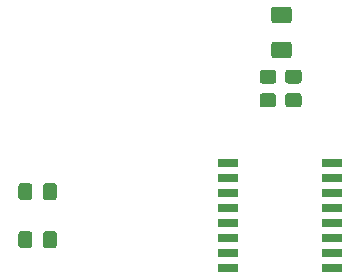
<source format=gtp>
G04 #@! TF.GenerationSoftware,KiCad,Pcbnew,(5.1.12)-1*
G04 #@! TF.CreationDate,2021-12-16T18:12:02+01:00*
G04 #@! TF.ProjectId,eth_mezz_mag_sma,6574685f-6d65-47a7-9a5f-6d61675f736d,rev?*
G04 #@! TF.SameCoordinates,Original*
G04 #@! TF.FileFunction,Paste,Top*
G04 #@! TF.FilePolarity,Positive*
%FSLAX46Y46*%
G04 Gerber Fmt 4.6, Leading zero omitted, Abs format (unit mm)*
G04 Created by KiCad (PCBNEW (5.1.12)-1) date 2021-12-16 18:12:02*
%MOMM*%
%LPD*%
G01*
G04 APERTURE LIST*
%ADD10R,1.700000X0.760000*%
G04 APERTURE END LIST*
G36*
G01*
X123837800Y-60091900D02*
X122587800Y-60091900D01*
G75*
G02*
X122337800Y-59841900I0J250000D01*
G01*
X122337800Y-58916900D01*
G75*
G02*
X122587800Y-58666900I250000J0D01*
G01*
X123837800Y-58666900D01*
G75*
G02*
X124087800Y-58916900I0J-250000D01*
G01*
X124087800Y-59841900D01*
G75*
G02*
X123837800Y-60091900I-250000J0D01*
G01*
G37*
G36*
G01*
X123837800Y-63066900D02*
X122587800Y-63066900D01*
G75*
G02*
X122337800Y-62816900I0J250000D01*
G01*
X122337800Y-61891900D01*
G75*
G02*
X122587800Y-61641900I250000J0D01*
G01*
X123837800Y-61641900D01*
G75*
G02*
X124087800Y-61891900I0J-250000D01*
G01*
X124087800Y-62816900D01*
G75*
G02*
X123837800Y-63066900I-250000J0D01*
G01*
G37*
D10*
X127511200Y-76984800D03*
X127511200Y-71904800D03*
X127511200Y-75714800D03*
X127511200Y-79524800D03*
X127511200Y-73174800D03*
X127511200Y-80794800D03*
X127511200Y-78254800D03*
X127511200Y-74444800D03*
X118711200Y-80794800D03*
X118711200Y-78254800D03*
X118711200Y-76984800D03*
X118711200Y-79524800D03*
X118711200Y-75714800D03*
X118711200Y-74444800D03*
X118711200Y-73174800D03*
X118711200Y-71904800D03*
G36*
G01*
X102116500Y-73868200D02*
X102116500Y-74818200D01*
G75*
G02*
X101866500Y-75068200I-250000J0D01*
G01*
X101191500Y-75068200D01*
G75*
G02*
X100941500Y-74818200I0J250000D01*
G01*
X100941500Y-73868200D01*
G75*
G02*
X101191500Y-73618200I250000J0D01*
G01*
X101866500Y-73618200D01*
G75*
G02*
X102116500Y-73868200I0J-250000D01*
G01*
G37*
G36*
G01*
X104191500Y-73868200D02*
X104191500Y-74818200D01*
G75*
G02*
X103941500Y-75068200I-250000J0D01*
G01*
X103266500Y-75068200D01*
G75*
G02*
X103016500Y-74818200I0J250000D01*
G01*
X103016500Y-73868200D01*
G75*
G02*
X103266500Y-73618200I250000J0D01*
G01*
X103941500Y-73618200D01*
G75*
G02*
X104191500Y-73868200I0J-250000D01*
G01*
G37*
G36*
G01*
X102116500Y-77932200D02*
X102116500Y-78882200D01*
G75*
G02*
X101866500Y-79132200I-250000J0D01*
G01*
X101191500Y-79132200D01*
G75*
G02*
X100941500Y-78882200I0J250000D01*
G01*
X100941500Y-77932200D01*
G75*
G02*
X101191500Y-77682200I250000J0D01*
G01*
X101866500Y-77682200D01*
G75*
G02*
X102116500Y-77932200I0J-250000D01*
G01*
G37*
G36*
G01*
X104191500Y-77932200D02*
X104191500Y-78882200D01*
G75*
G02*
X103941500Y-79132200I-250000J0D01*
G01*
X103266500Y-79132200D01*
G75*
G02*
X103016500Y-78882200I0J250000D01*
G01*
X103016500Y-77932200D01*
G75*
G02*
X103266500Y-77682200I250000J0D01*
G01*
X103941500Y-77682200D01*
G75*
G02*
X104191500Y-77932200I0J-250000D01*
G01*
G37*
G36*
G01*
X122519801Y-65215000D02*
X121619799Y-65215000D01*
G75*
G02*
X121369800Y-64965001I0J249999D01*
G01*
X121369800Y-64264999D01*
G75*
G02*
X121619799Y-64015000I249999J0D01*
G01*
X122519801Y-64015000D01*
G75*
G02*
X122769800Y-64264999I0J-249999D01*
G01*
X122769800Y-64965001D01*
G75*
G02*
X122519801Y-65215000I-249999J0D01*
G01*
G37*
G36*
G01*
X122519801Y-67215000D02*
X121619799Y-67215000D01*
G75*
G02*
X121369800Y-66965001I0J249999D01*
G01*
X121369800Y-66264999D01*
G75*
G02*
X121619799Y-66015000I249999J0D01*
G01*
X122519801Y-66015000D01*
G75*
G02*
X122769800Y-66264999I0J-249999D01*
G01*
X122769800Y-66965001D01*
G75*
G02*
X122519801Y-67215000I-249999J0D01*
G01*
G37*
G36*
G01*
X124678801Y-65205600D02*
X123778799Y-65205600D01*
G75*
G02*
X123528800Y-64955601I0J249999D01*
G01*
X123528800Y-64255599D01*
G75*
G02*
X123778799Y-64005600I249999J0D01*
G01*
X124678801Y-64005600D01*
G75*
G02*
X124928800Y-64255599I0J-249999D01*
G01*
X124928800Y-64955601D01*
G75*
G02*
X124678801Y-65205600I-249999J0D01*
G01*
G37*
G36*
G01*
X124678801Y-67205600D02*
X123778799Y-67205600D01*
G75*
G02*
X123528800Y-66955601I0J249999D01*
G01*
X123528800Y-66255599D01*
G75*
G02*
X123778799Y-66005600I249999J0D01*
G01*
X124678801Y-66005600D01*
G75*
G02*
X124928800Y-66255599I0J-249999D01*
G01*
X124928800Y-66955601D01*
G75*
G02*
X124678801Y-67205600I-249999J0D01*
G01*
G37*
M02*

</source>
